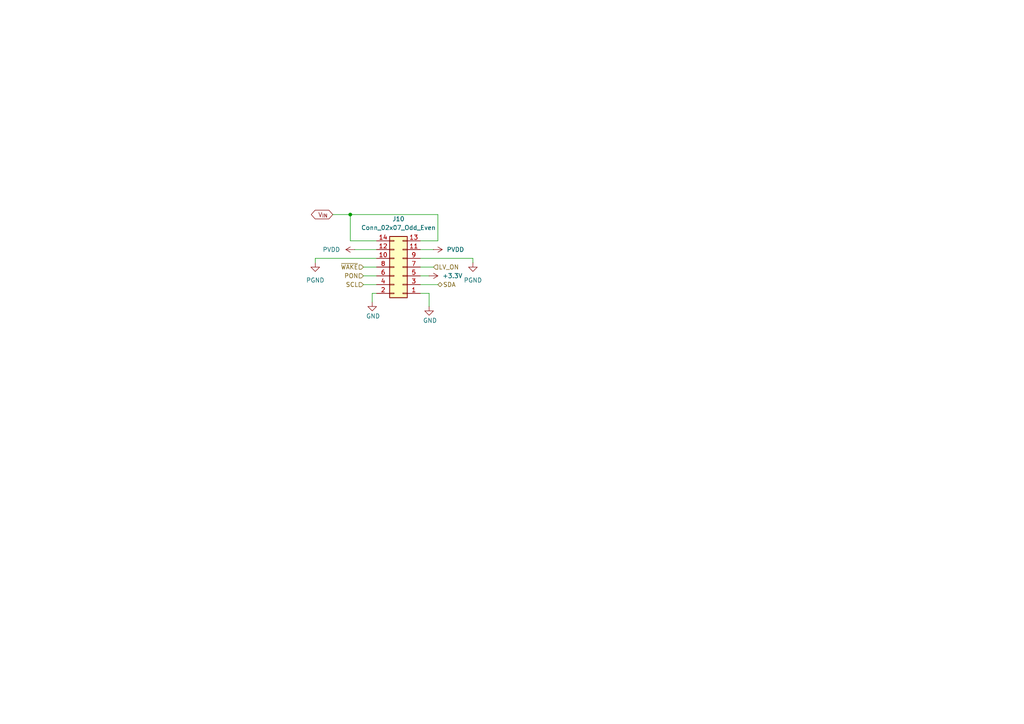
<source format=kicad_sch>
(kicad_sch (version 20231120) (generator "eeschema") (generator_version "8.0")
  (paper "A4")
  (lib_symbols
    (symbol "Connector_Generic:Conn_02x07_Odd_Even" (pin_names (offset 1.016) hide)
      (property "Reference" "J" (at 1.27 10.16 0))
      (property "Value" "Conn_02x07_Odd_Even" (at 1.27 -10.16 0))
      (symbol "Conn_02x07_Odd_Even_1_1"
        (rectangle (start -1.27 -7.493) (end 0 -7.747) (stroke (width 0.1524)))
        (rectangle (start -1.27 -4.953) (end 0 -5.207) (stroke (width 0.1524)))
        (rectangle (start -1.27 -2.413) (end 0 -2.667) (stroke (width 0.1524)))
        (rectangle (start -1.27 0.127) (end 0 -0.127) (stroke (width 0.1524)))
        (rectangle (start -1.27 2.667) (end 0 2.413) (stroke (width 0.1524)))
        (rectangle (start -1.27 5.207) (end 0 4.953) (stroke (width 0.1524)))
        (rectangle (start -1.27 7.747) (end 0 7.493) (stroke (width 0.1524)))
        (rectangle (start -1.27 8.89) (end 3.81 -8.89) (stroke (width 0.254)) (fill (type background)))
        (rectangle (start 3.81 -7.493) (end 2.54 -7.747) (stroke (width 0.1524)))
        (rectangle (start 3.81 -4.953) (end 2.54 -5.207) (stroke (width 0.1524)))
        (rectangle (start 3.81 -2.413) (end 2.54 -2.667) (stroke (width 0.1524)))
        (rectangle (start 3.81 0.127) (end 2.54 -0.127) (stroke (width 0.1524)))
        (rectangle (start 3.81 2.667) (end 2.54 2.413) (stroke (width 0.1524)))
        (rectangle (start 3.81 5.207) (end 2.54 4.953) (stroke (width 0.1524)))
        (rectangle (start 3.81 7.747) (end 2.54 7.493) (stroke (width 0.1524)))
        (pin passive line (at -5.08 7.62 0) (length 3.81) (name "Pin_1") (number "1"))
        (pin passive line (at 7.62 -2.54 180) (length 3.81) (name "Pin_10") (number "10"))
        (pin passive line (at -5.08 -5.08 0) (length 3.81) (name "Pin_11") (number "11"))
        (pin passive line (at 7.62 -5.08 180) (length 3.81) (name "Pin_12") (number "12"))
        (pin passive line (at -5.08 -7.62 0) (length 3.81) (name "Pin_13") (number "13"))
        (pin passive line (at 7.62 -7.62 180) (length 3.81) (name "Pin_14") (number "14"))
        (pin passive line (at 7.62 7.62 180) (length 3.81) (name "Pin_2") (number "2"))
        (pin passive line (at -5.08 5.08 0) (length 3.81) (name "Pin_3") (number "3"))
        (pin passive line (at 7.62 5.08 180) (length 3.81) (name "Pin_4") (number "4"))
        (pin passive line (at -5.08 2.54 0) (length 3.81) (name "Pin_5") (number "5"))
        (pin passive line (at 7.62 2.54 180) (length 3.81) (name "Pin_6") (number "6"))
        (pin passive line (at -5.08 0 0) (length 3.81) (name "Pin_7") (number "7"))
        (pin passive line (at 7.62 0 180) (length 3.81) (name "Pin_8") (number "8"))
        (pin passive line (at -5.08 -2.54 0) (length 3.81) (name "Pin_9") (number "9"))
      )
    )
    (symbol "power:+24V" (power) (pin_numbers hide) (pin_names (offset 0) hide)
      (property "Value" "+24V" (at 0 3.556 0))
      (symbol "+24V_0_1"
        (polyline (pts (xy -0.762 1.27) (xy 0 2.54)))
        (polyline (pts (xy 0 0) (xy 0 2.54)))
        (polyline (pts (xy 0 2.54) (xy 0.762 1.27)))
      )
      (symbol "+24V_1_1"
        (pin power_in line (at 0 0 90) (length 0) (name "~") (number "1"))
      )
    )
    (symbol "power:+3.3V" (power) (pin_numbers hide) (pin_names (offset 0) hide)
      (property "Value" "+3.3V" (at 0 3.556 0))
      (symbol "+3.3V_0_1"
        (polyline (pts (xy -0.762 1.27) (xy 0 2.54)))
        (polyline (pts (xy 0 0) (xy 0 2.54)))
        (polyline (pts (xy 0 2.54) (xy 0.762 1.27)))
      )
      (symbol "+3.3V_1_1"
        (pin power_in line (at 0 0 90) (length 0) (name "~") (number "1"))
      )
    )
    (symbol "power:GND" (power) (pin_numbers hide) (pin_names (offset 0) hide)
      (property "Value" "GND" (at 0 -3.81 0))
      (symbol "GND_0_1"
        (polyline (pts (xy 0 0) (xy 0 -1.27) (xy 1.27 -1.27) (xy 0 -2.54) (xy -1.27 -1.27) (xy 0 -1.27)))
      )
      (symbol "GND_1_1"
        (pin power_in line (at 0 0 270) (length 0) (name "~") (number "1"))
      )
    )
    (symbol "power:GND1" (power) (pin_numbers hide) (pin_names (offset 0) hide)
      (property "Value" "GND1" (at 0 -3.81 0))
      (symbol "GND1_0_1"
        (polyline (pts (xy 0 0) (xy 0 -1.27) (xy 1.27 -1.27) (xy 0 -2.54) (xy -1.27 -1.27) (xy 0 -1.27)))
      )
      (symbol "GND1_1_1"
        (pin power_in line (at 0 0 270) (length 0) (name "~") (number "1"))
      )
    )
  )
  (junction (at 101.6 62.23))
  (wire (pts (xy 109.22 69.85) (xy 101.6 69.85)))
  (wire (pts (xy 102.87 72.39) (xy 109.22 72.39)))
  (wire (pts (xy 121.92 69.85) (xy 127 69.85)))
  (wire (pts (xy 109.22 85.09) (xy 107.95 85.09)))
  (wire (pts (xy 127 82.55) (xy 121.92 82.55)))
  (wire (pts (xy 105.41 80.01) (xy 109.22 80.01)))
  (wire (pts (xy 101.6 62.23) (xy 127 62.23)))
  (wire (pts (xy 105.41 77.47) (xy 109.22 77.47)))
  (wire (pts (xy 121.92 80.01) (xy 124.46 80.01)))
  (wire (pts (xy 91.44 76.2) (xy 91.44 74.93)))
  (wire (pts (xy 127 69.85) (xy 127 62.23)))
  (wire (pts (xy 121.92 85.09) (xy 124.46 85.09)))
  (wire (pts (xy 96.52 62.23) (xy 101.6 62.23)))
  (wire (pts (xy 124.46 85.09) (xy 124.46 88.9)))
  (wire (pts (xy 121.92 77.47) (xy 125.73 77.47)))
  (wire (pts (xy 105.41 82.55) (xy 109.22 82.55)))
  (wire (pts (xy 101.6 69.85) (xy 101.6 62.23)))
  (wire (pts (xy 137.16 74.93) (xy 121.92 74.93)))
  (wire (pts (xy 91.44 74.93) (xy 109.22 74.93)))
  (wire (pts (xy 121.92 72.39) (xy 125.73 72.39)))
  (wire (pts (xy 137.16 76.2) (xy 137.16 74.93)))
  (wire (pts (xy 107.95 85.09) (xy 107.95 87.63)))
  (global_label "V_{IN}" (shape bidirectional) (at 96.52 62.23 180) (property "Intersheetrefs" "${INTERSHEET_REFS}" (effects (hide yes))))
  (hierarchical_label "SDA" (shape bidirectional) (at 127 82.55 0))
  (hierarchical_label "LV_ON" (shape input) (at 125.73 77.47 0))
  (hierarchical_label "~{WAKE}" (shape input) (at 105.41 77.47 180))
  (hierarchical_label "SCL" (shape input) (at 105.41 82.55 180))
  (hierarchical_label "PON" (shape input) (at 105.41 80.01 180))
  (symbol (lib_id "Connector_Generic:Conn_02x07_Odd_Even") (at 116.84 77.47 180) (unit 1)
    (property "Reference" "J10" (at 115.57 63.5 0))
    (property "Value" "Conn_02x07_Odd_Even" (at 115.57 66.04 0))
    (property "Footprint" "Connector_IDC:IDC-Header_2x07_P2.54mm_Vertical" (effects (hide yes)))
    (property "Description" "Generic connector, double row, 02x07, odd/even pin numbering scheme (row 1 odd numbers, row 2 even numbers), script generated (kicad-library-utils/schlib/autogen/connector/)" (effects (hide yes)))
    (property "reichelt#" "BKL 10120556" (effects (hide yes)))
  )
  (symbol (lib_id "power:GND1") (at 91.44 76.2 0) (unit 1)
    (property "Reference" "#PWR0115" (effects (hide yes)))
    (property "Value" "PGND" (at 91.44 81.28 0))
    (property "Description" "Power symbol creates a global label with name \"GND1\" , ground" (effects (hide yes)))
  )
  (symbol (lib_id "power:+3.3V") (at 124.46 80.01 270) (unit 1)
    (property "Reference" "#PWR0113" (effects (hide yes)))
    (property "Value" "+3.3V" (at 128.27 80.0099 90) (effects (justify left)))
    (property "Description" "Power symbol creates a global label with name \"+3.3V\"" (effects (hide yes)))
  )
  (symbol (lib_id "power:GND") (at 107.95 87.63 0) (unit 1)
    (property "Reference" "#PWR0116" (effects (hide yes)))
    (property "Value" "GND" (at 108.204 91.694 0))
    (property "Description" "Power symbol creates a global label with name \"GND\" , ground" (effects (hide yes)))
  )
  (symbol (lib_id "power:+24V") (at 125.73 72.39 270) (unit 1)
    (property "Reference" "#PWR0111" (effects (hide yes)))
    (property "Value" "PVDD" (at 129.54 72.3899 90) (effects (justify left)))
    (property "Description" "Power symbol creates a global label with name \"+24V\"" (effects (hide yes)))
  )
  (symbol (lib_id "power:GND") (at 124.46 88.9 0) (unit 1)
    (property "Reference" "#PWR0117" (effects (hide yes)))
    (property "Value" "GND" (at 124.714 92.964 0))
    (property "Description" "Power symbol creates a global label with name \"GND\" , ground" (effects (hide yes)))
  )
  (symbol (lib_id "power:+24V") (at 102.87 72.39 90) (unit 1)
    (property "Reference" "#PWR0114" (effects (hide yes)))
    (property "Value" "PVDD" (at 98.671 72.3899 90) (effects (justify left)))
    (property "Description" "Power symbol creates a global label with name \"+24V\"" (effects (hide yes)))
  )
  (symbol (lib_id "power:GND1") (at 137.16 76.2 0) (unit 1)
    (property "Reference" "#PWR0112" (effects (hide yes)))
    (property "Value" "PGND" (at 137.16 81.28 0))
    (property "Description" "Power symbol creates a global label with name \"GND1\" , ground" (effects (hide yes)))
  )
)
</source>
